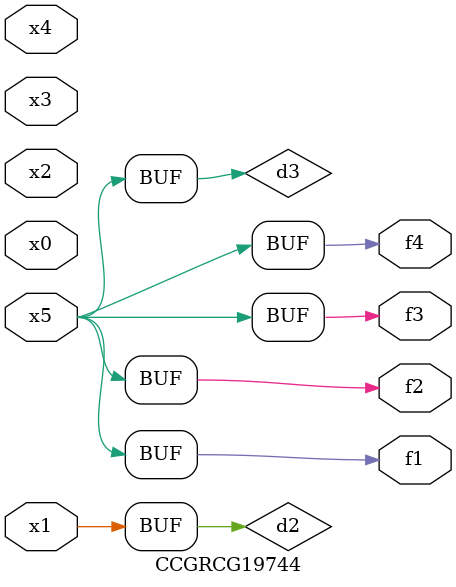
<source format=v>
module CCGRCG19744(
	input x0, x1, x2, x3, x4, x5,
	output f1, f2, f3, f4
);

	wire d1, d2, d3;

	not (d1, x5);
	or (d2, x1);
	xnor (d3, d1);
	assign f1 = d3;
	assign f2 = d3;
	assign f3 = d3;
	assign f4 = d3;
endmodule

</source>
